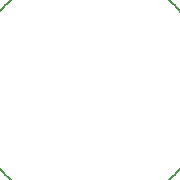
<source format=gko>
G04 DipTrace 2.3.1.0*
%INlinebot-sensor-v2.0.gko*%
%MOIN*%
%ADD11C,0.0055*%
%FSLAX44Y44*%
G04*
G70*
G90*
G75*
G01*
%LNBoardOutline*%
%LPD*%
X1191Y1167D2*
D11*
G03X6848Y6824I2828J2828D01*
G01*
G03X1191Y1167I-2828J-2828D01*
G01*
M02*

</source>
